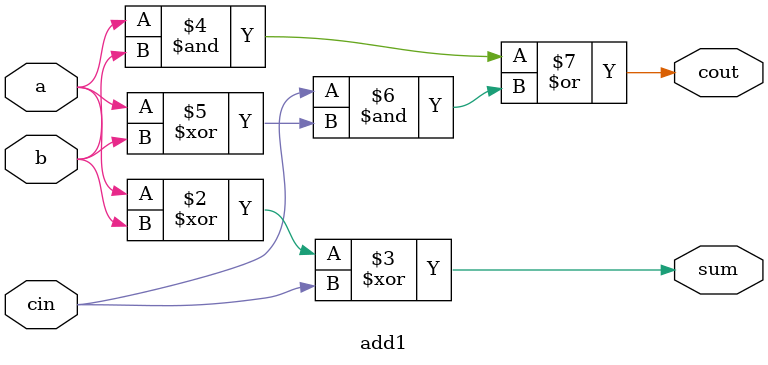
<source format=v>
module top_module(
input [31:0] a,
input [31:0] b,
output [31:0] sum);

wire cout_cin;
wire cout;
add16 stag1(a[15:0],b[15:0],0,sum[15:0],cout_cin);
add16 stag2(a[31:16],b[31:16],cout_cin,sum[31:16],cout);

endmodule


module add1 (a,b,cin,sum,cout);  
	input a,b,cin;       
	output sum,cout;               
	reg sum,cout;             
	
	always @(a or b or cin)begin
		sum = a ^ b ^ cin;
		cout = a & b |(cin&(a^b));
	end
	
endmodule
</source>
